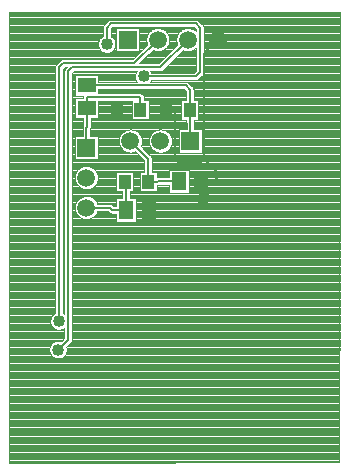
<source format=gbr>
G04 DipTrace 2.2.0.9*
%INBottom.gbr*%
%MOMM*%
%ADD13C,0.178*%
%ADD14C,0.1*%
%ADD15R,1.5X1.5*%
%ADD16R,1.5X1.3*%
%ADD17R,1.3X1.5*%
%ADD18R,1.0X1.2*%
%ADD24C,1.5*%
%ADD27C,1.016*%
%FSLAX53Y53*%
%SFA1B1*%
%OFA0B0*%
G04*
G71*
G90*
G75*
G01*
%LNBottom*%
%LPD*%
X20248Y40888D2*
D13*
Y40021D1*
X24448D1*
Y40888D1*
X25215D1*
Y36699D1*
X25570Y36344D1*
X27316D1*
X27671Y36699D1*
X28802Y35569D1*
Y35204D1*
X28446Y34848D1*
X27428D1*
X27671Y33412D2*
X26819Y32560D1*
X24614D1*
X24525Y32471D1*
X22948D1*
Y32408D1*
X27428Y34848D2*
Y33412D1*
X27671D1*
X28821Y46834D2*
X27671Y45684D1*
Y36699D1*
X17688Y37698D2*
Y39396D1*
X17728Y39436D1*
Y41048D1*
Y41965D1*
X22248D1*
Y40888D1*
X26498Y38248D2*
Y39926D1*
X26448Y39976D1*
Y40888D1*
Y42592D1*
X26092Y42948D1*
X17728D1*
X21048Y32408D2*
X19876D1*
X19666Y32618D1*
X17688D1*
X20928Y34808D2*
X21048D1*
Y32408D1*
X25528Y34848D2*
X23735D1*
X23695Y34808D1*
X22928D1*
Y36738D1*
X21418Y38248D1*
X15288Y20577D2*
X16143Y21431D1*
Y44142D1*
X16498Y44497D1*
X23945D1*
X26281Y46834D1*
X15368Y23004D2*
Y44497D1*
X15724Y44853D1*
X21760D1*
X23741Y46834D1*
X22524Y43723D2*
X26942D1*
X27298Y44078D1*
Y47851D1*
X26942Y48207D1*
X19765D1*
X19410Y47851D1*
Y46448D1*
D27*
X27671Y33412D3*
X15368Y23004D3*
X15288Y20577D3*
X19410Y46448D3*
X22524Y43723D3*
X11139Y49081D2*
D14*
X39148D1*
X11139Y48985D2*
X39148D1*
X11139Y48888D2*
X39147D1*
X11139Y48791D2*
X39147D1*
X11139Y48695D2*
X39147D1*
X11139Y48598D2*
X39147D1*
X11139Y48501D2*
X19630D1*
X27078D2*
X39147D1*
X11139Y48405D2*
X19500D1*
X27208D2*
X39147D1*
X11139Y48308D2*
X19403D1*
X27304D2*
X39147D1*
X11139Y48211D2*
X19308D1*
X27401D2*
X39147D1*
X11139Y48115D2*
X19211D1*
X27497D2*
X39147D1*
X11139Y48018D2*
X19127D1*
X27581D2*
X39147D1*
X11139Y47921D2*
X19088D1*
X27620D2*
X39147D1*
X11139Y47825D2*
X19080D1*
X19847D2*
X26861D1*
X27628D2*
X39147D1*
X11139Y47728D2*
X19080D1*
X19750D2*
X20209D1*
X22193D2*
X23327D1*
X24156D2*
X25866D1*
X26697D2*
X26958D1*
X27628D2*
X39147D1*
X11139Y47631D2*
X19080D1*
X19740D2*
X20209D1*
X22193D2*
X23159D1*
X24323D2*
X25698D1*
X26864D2*
X26967D1*
X27628D2*
X39147D1*
X11139Y47535D2*
X19080D1*
X19740D2*
X20209D1*
X22193D2*
X23044D1*
X24439D2*
X25584D1*
X27628D2*
X39147D1*
X11139Y47438D2*
X19080D1*
X19740D2*
X20209D1*
X22193D2*
X22958D1*
X24525D2*
X25497D1*
X27628D2*
X39147D1*
X11139Y47341D2*
X19080D1*
X19740D2*
X20209D1*
X22193D2*
X22891D1*
X24592D2*
X25431D1*
X27628D2*
X39145D1*
X11139Y47245D2*
X19080D1*
X19740D2*
X20209D1*
X22193D2*
X22839D1*
X24643D2*
X25380D1*
X27628D2*
X39145D1*
X11139Y47148D2*
X19080D1*
X19740D2*
X20209D1*
X22193D2*
X22802D1*
X24681D2*
X25341D1*
X27628D2*
X39145D1*
X11139Y47051D2*
X18972D1*
X19847D2*
X20209D1*
X22193D2*
X22773D1*
X24709D2*
X25314D1*
X27628D2*
X39145D1*
X11139Y46955D2*
X18861D1*
X19959D2*
X20209D1*
X22193D2*
X22758D1*
X24725D2*
X25297D1*
X27628D2*
X39145D1*
X11139Y46858D2*
X18784D1*
X20036D2*
X20209D1*
X22193D2*
X22750D1*
X24733D2*
X25291D1*
X27628D2*
X39145D1*
X11139Y46761D2*
X18730D1*
X20090D2*
X20209D1*
X22193D2*
X22753D1*
X24729D2*
X25292D1*
X27628D2*
X39145D1*
X11139Y46665D2*
X18692D1*
X20126D2*
X20209D1*
X22193D2*
X22764D1*
X24718D2*
X25305D1*
X27628D2*
X39145D1*
X11139Y46568D2*
X18670D1*
X20150D2*
X20211D1*
X22193D2*
X22786D1*
X24697D2*
X25327D1*
X27628D2*
X39145D1*
X11139Y46471D2*
X18661D1*
X20159D2*
X20209D1*
X22193D2*
X22819D1*
X24664D2*
X25359D1*
X27628D2*
X39145D1*
X11139Y46375D2*
X18664D1*
X20156D2*
X20209D1*
X22193D2*
X22819D1*
X24618D2*
X25359D1*
X27628D2*
X39145D1*
X11139Y46278D2*
X18680D1*
X20139D2*
X20210D1*
X22193D2*
X22722D1*
X24561D2*
X25263D1*
X27628D2*
X39145D1*
X11139Y46181D2*
X18709D1*
X20109D2*
X20209D1*
X22193D2*
X22625D1*
X24484D2*
X25166D1*
X27628D2*
X39145D1*
X11139Y46085D2*
X18756D1*
X20064D2*
X20209D1*
X22193D2*
X22528D1*
X24386D2*
X25069D1*
X26925D2*
X26967D1*
X27628D2*
X39145D1*
X11139Y45988D2*
X18820D1*
X19998D2*
X20209D1*
X22193D2*
X22431D1*
X24248D2*
X24972D1*
X26789D2*
X26967D1*
X27628D2*
X39145D1*
X11139Y45891D2*
X18913D1*
X19906D2*
X20209D1*
X22193D2*
X22336D1*
X23262D2*
X23458D1*
X24025D2*
X24875D1*
X25801D2*
X25998D1*
X26564D2*
X26967D1*
X27628D2*
X39144D1*
X11139Y45795D2*
X19053D1*
X19767D2*
X22239D1*
X23165D2*
X24778D1*
X25704D2*
X26967D1*
X27628D2*
X39144D1*
X11139Y45698D2*
X22142D1*
X23068D2*
X24681D1*
X25608D2*
X26967D1*
X27628D2*
X39144D1*
X11139Y45601D2*
X22045D1*
X22972D2*
X24586D1*
X25512D2*
X26967D1*
X27628D2*
X39144D1*
X11140Y45505D2*
X21948D1*
X22875D2*
X24489D1*
X25415D2*
X26967D1*
X27628D2*
X39144D1*
X11140Y45408D2*
X21852D1*
X22778D2*
X24392D1*
X25318D2*
X26967D1*
X27628D2*
X39144D1*
X11140Y45311D2*
X21755D1*
X22681D2*
X24295D1*
X25222D2*
X26967D1*
X27628D2*
X39144D1*
X11140Y45215D2*
X21659D1*
X22584D2*
X24198D1*
X25125D2*
X26967D1*
X27628D2*
X39144D1*
X11140Y45118D2*
X15533D1*
X22489D2*
X24102D1*
X25028D2*
X26967D1*
X27628D2*
X39144D1*
X11140Y45021D2*
X15428D1*
X22392D2*
X24005D1*
X24931D2*
X26967D1*
X27628D2*
X39144D1*
X11140Y44925D2*
X15333D1*
X22295D2*
X23909D1*
X24834D2*
X26967D1*
X27628D2*
X39144D1*
X11140Y44828D2*
X15236D1*
X22198D2*
X23813D1*
X24739D2*
X26967D1*
X27628D2*
X39144D1*
X11140Y44731D2*
X15139D1*
X24642D2*
X26967D1*
X27628D2*
X39144D1*
X11140Y44635D2*
X15069D1*
X24545D2*
X26967D1*
X27628D2*
X39144D1*
X11140Y44538D2*
X15041D1*
X24448D2*
X26967D1*
X27628D2*
X39144D1*
X11140Y44441D2*
X15038D1*
X15775D2*
X15980D1*
X24351D2*
X26967D1*
X27628D2*
X39144D1*
X11140Y44345D2*
X15038D1*
X15698D2*
X15884D1*
X24254D2*
X26967D1*
X27628D2*
X39142D1*
X11140Y44248D2*
X15038D1*
X15698D2*
X15830D1*
X24156D2*
X26967D1*
X27628D2*
X39142D1*
X11140Y44151D2*
X15038D1*
X15698D2*
X15813D1*
X16615D2*
X21911D1*
X23136D2*
X26908D1*
X27628D2*
X39142D1*
X11140Y44055D2*
X15038D1*
X15698D2*
X15813D1*
X16518D2*
X21853D1*
X23195D2*
X26811D1*
X27628D2*
X39142D1*
X11140Y43958D2*
X15038D1*
X15698D2*
X15813D1*
X16473D2*
X21813D1*
X27604D2*
X39142D1*
X11140Y43861D2*
X15038D1*
X15698D2*
X15813D1*
X16473D2*
X21788D1*
X27543D2*
X39142D1*
X11140Y43765D2*
X15038D1*
X15698D2*
X15813D1*
X16473D2*
X16736D1*
X18720D2*
X21775D1*
X27448D2*
X39142D1*
X11140Y43668D2*
X15038D1*
X15698D2*
X15813D1*
X16473D2*
X16736D1*
X18720D2*
X21777D1*
X27351D2*
X39142D1*
X11140Y43571D2*
X15038D1*
X15698D2*
X15813D1*
X16473D2*
X16736D1*
X18720D2*
X21791D1*
X27254D2*
X39142D1*
X11140Y43475D2*
X15038D1*
X15698D2*
X15813D1*
X16473D2*
X16736D1*
X18720D2*
X21817D1*
X27154D2*
X39142D1*
X11140Y43378D2*
X15038D1*
X15698D2*
X15813D1*
X16473D2*
X16736D1*
X18720D2*
X21859D1*
X23189D2*
X39142D1*
X11140Y43281D2*
X15038D1*
X15698D2*
X15813D1*
X16473D2*
X16736D1*
X18720D2*
X21920D1*
X23128D2*
X39142D1*
X11140Y43185D2*
X15038D1*
X15698D2*
X15813D1*
X16473D2*
X16736D1*
X26318D2*
X39142D1*
X11140Y43088D2*
X15038D1*
X15698D2*
X15813D1*
X16473D2*
X16736D1*
X26415D2*
X39142D1*
X11140Y42991D2*
X15038D1*
X15698D2*
X15813D1*
X16473D2*
X16736D1*
X26512D2*
X39142D1*
X11140Y42895D2*
X15038D1*
X15698D2*
X15813D1*
X16473D2*
X16736D1*
X26609D2*
X39141D1*
X11140Y42798D2*
X15038D1*
X15698D2*
X15813D1*
X16473D2*
X16736D1*
X26704D2*
X39141D1*
X11140Y42701D2*
X15038D1*
X15698D2*
X15813D1*
X16473D2*
X16736D1*
X26759D2*
X39141D1*
X11142Y42605D2*
X15038D1*
X15698D2*
X15813D1*
X16473D2*
X16736D1*
X18720D2*
X25972D1*
X26778D2*
X39141D1*
X11142Y42508D2*
X15038D1*
X15698D2*
X15813D1*
X16473D2*
X16736D1*
X18720D2*
X26069D1*
X26778D2*
X39141D1*
X11142Y42411D2*
X15038D1*
X15698D2*
X15813D1*
X16473D2*
X16736D1*
X18720D2*
X26117D1*
X26778D2*
X39141D1*
X11142Y42315D2*
X15038D1*
X15698D2*
X15813D1*
X16473D2*
X16736D1*
X18720D2*
X26117D1*
X26778D2*
X39141D1*
X11142Y42218D2*
X15038D1*
X15698D2*
X15813D1*
X16473D2*
X16736D1*
X22454D2*
X26117D1*
X26778D2*
X39141D1*
X11142Y42121D2*
X15038D1*
X15698D2*
X15813D1*
X16473D2*
X16736D1*
X22537D2*
X26117D1*
X26778D2*
X39141D1*
X11142Y42025D2*
X15038D1*
X15698D2*
X15813D1*
X16473D2*
X17403D1*
X22573D2*
X26117D1*
X26778D2*
X39141D1*
X11142Y41928D2*
X15038D1*
X15698D2*
X15813D1*
X16473D2*
X16736D1*
X22578D2*
X26117D1*
X26778D2*
X39141D1*
X11142Y41831D2*
X15038D1*
X15698D2*
X15813D1*
X16473D2*
X16736D1*
X22578D2*
X26117D1*
X26778D2*
X39141D1*
X11142Y41735D2*
X15038D1*
X15698D2*
X15813D1*
X16473D2*
X16736D1*
X22578D2*
X26117D1*
X26778D2*
X39141D1*
X11142Y41638D2*
X15038D1*
X15698D2*
X15813D1*
X16473D2*
X16736D1*
X18720D2*
X21506D1*
X22989D2*
X25706D1*
X27189D2*
X39141D1*
X11142Y41541D2*
X15038D1*
X15698D2*
X15813D1*
X16473D2*
X16736D1*
X18720D2*
X21506D1*
X22989D2*
X25706D1*
X27189D2*
X39141D1*
X11142Y41445D2*
X15038D1*
X15698D2*
X15813D1*
X16473D2*
X16736D1*
X18720D2*
X21506D1*
X22989D2*
X25706D1*
X27189D2*
X39139D1*
X11142Y41348D2*
X15038D1*
X15698D2*
X15813D1*
X16473D2*
X16736D1*
X18720D2*
X21506D1*
X22989D2*
X25706D1*
X27189D2*
X39139D1*
X11142Y41251D2*
X15038D1*
X15698D2*
X15813D1*
X16473D2*
X16736D1*
X18720D2*
X21506D1*
X22989D2*
X25706D1*
X27189D2*
X39139D1*
X11142Y41155D2*
X15038D1*
X15698D2*
X15813D1*
X16473D2*
X16736D1*
X18720D2*
X21506D1*
X22989D2*
X25706D1*
X27189D2*
X39139D1*
X11142Y41058D2*
X15038D1*
X15698D2*
X15813D1*
X16473D2*
X16736D1*
X18720D2*
X21506D1*
X22989D2*
X25706D1*
X27189D2*
X39139D1*
X11142Y40961D2*
X15038D1*
X15698D2*
X15813D1*
X16473D2*
X16736D1*
X18720D2*
X21506D1*
X22989D2*
X25706D1*
X27189D2*
X39139D1*
X11142Y40865D2*
X15038D1*
X15698D2*
X15813D1*
X16473D2*
X16736D1*
X18720D2*
X21506D1*
X22989D2*
X25706D1*
X27189D2*
X39139D1*
X11142Y40768D2*
X15038D1*
X15698D2*
X15813D1*
X16473D2*
X16736D1*
X18720D2*
X21506D1*
X22989D2*
X25706D1*
X27189D2*
X39139D1*
X11142Y40671D2*
X15038D1*
X15698D2*
X15813D1*
X16473D2*
X16736D1*
X18720D2*
X21506D1*
X22989D2*
X25706D1*
X27189D2*
X39139D1*
X11142Y40575D2*
X15038D1*
X15698D2*
X15813D1*
X16473D2*
X16736D1*
X18720D2*
X21506D1*
X22989D2*
X25706D1*
X27189D2*
X39139D1*
X11142Y40478D2*
X15038D1*
X15698D2*
X15813D1*
X16473D2*
X16736D1*
X18720D2*
X21506D1*
X22989D2*
X25706D1*
X27189D2*
X39139D1*
X11142Y40381D2*
X15038D1*
X15698D2*
X15813D1*
X16473D2*
X16736D1*
X18720D2*
X21506D1*
X22989D2*
X25706D1*
X27189D2*
X39139D1*
X11142Y40285D2*
X15038D1*
X15698D2*
X15813D1*
X16473D2*
X16736D1*
X18720D2*
X21506D1*
X22989D2*
X25706D1*
X27189D2*
X39139D1*
X11142Y40188D2*
X15038D1*
X15698D2*
X15813D1*
X16473D2*
X16736D1*
X18720D2*
X21506D1*
X22989D2*
X25706D1*
X27189D2*
X39139D1*
X11142Y40091D2*
X15038D1*
X15698D2*
X15813D1*
X16473D2*
X17397D1*
X18059D2*
X21506D1*
X22989D2*
X25706D1*
X27189D2*
X39139D1*
X11142Y39995D2*
X15038D1*
X15698D2*
X15813D1*
X16473D2*
X17397D1*
X18059D2*
X26117D1*
X26822D2*
X39139D1*
X11142Y39898D2*
X15038D1*
X15698D2*
X15813D1*
X16473D2*
X17397D1*
X18059D2*
X26127D1*
X26828D2*
X39138D1*
X11142Y39801D2*
X15038D1*
X15698D2*
X15813D1*
X16473D2*
X17397D1*
X18059D2*
X26167D1*
X26828D2*
X39138D1*
X11142Y39705D2*
X15038D1*
X15698D2*
X15813D1*
X16473D2*
X17397D1*
X18059D2*
X26167D1*
X26828D2*
X39138D1*
X11143Y39608D2*
X15038D1*
X15698D2*
X15813D1*
X16473D2*
X17397D1*
X18059D2*
X26167D1*
X26828D2*
X39138D1*
X11143Y39511D2*
X15038D1*
X15698D2*
X15813D1*
X16473D2*
X17380D1*
X18059D2*
X26167D1*
X26828D2*
X39138D1*
X11143Y39415D2*
X15038D1*
X15698D2*
X15813D1*
X16473D2*
X17358D1*
X18058D2*
X26167D1*
X26828D2*
X39138D1*
X11143Y39318D2*
X15038D1*
X15698D2*
X15813D1*
X16473D2*
X17358D1*
X18036D2*
X26167D1*
X26828D2*
X39138D1*
X11143Y39221D2*
X15038D1*
X15698D2*
X15813D1*
X16473D2*
X17358D1*
X18018D2*
X21281D1*
X21554D2*
X23822D1*
X24093D2*
X25506D1*
X27489D2*
X39138D1*
X11143Y39125D2*
X15038D1*
X15698D2*
X15813D1*
X16473D2*
X17358D1*
X18018D2*
X20967D1*
X21870D2*
X23506D1*
X24409D2*
X25506D1*
X27489D2*
X39138D1*
X11143Y39028D2*
X15038D1*
X15698D2*
X15813D1*
X16473D2*
X17358D1*
X18018D2*
X20813D1*
X22023D2*
X23352D1*
X24564D2*
X25506D1*
X27489D2*
X39138D1*
X11143Y38931D2*
X15038D1*
X15698D2*
X15813D1*
X16473D2*
X17358D1*
X18018D2*
X20703D1*
X22133D2*
X23244D1*
X24673D2*
X25506D1*
X27489D2*
X39138D1*
X11143Y38835D2*
X15038D1*
X15698D2*
X15813D1*
X16473D2*
X17358D1*
X18018D2*
X20622D1*
X22215D2*
X23161D1*
X24754D2*
X25506D1*
X27489D2*
X39138D1*
X11143Y38738D2*
X15038D1*
X15698D2*
X15813D1*
X16473D2*
X17358D1*
X18018D2*
X20558D1*
X22278D2*
X23097D1*
X24818D2*
X25506D1*
X27489D2*
X39138D1*
X11143Y38641D2*
X15038D1*
X15698D2*
X15813D1*
X16473D2*
X16697D1*
X18679D2*
X20509D1*
X22328D2*
X23048D1*
X24867D2*
X25506D1*
X27489D2*
X39138D1*
X11143Y38545D2*
X15038D1*
X15698D2*
X15813D1*
X16473D2*
X16697D1*
X18679D2*
X20472D1*
X22364D2*
X23013D1*
X24903D2*
X25506D1*
X27489D2*
X39138D1*
X11143Y38448D2*
X15038D1*
X15698D2*
X15813D1*
X16473D2*
X16697D1*
X18679D2*
X20447D1*
X22389D2*
X22988D1*
X24929D2*
X25506D1*
X27489D2*
X39136D1*
X11143Y38351D2*
X15038D1*
X15698D2*
X15813D1*
X16473D2*
X16697D1*
X18679D2*
X20431D1*
X22404D2*
X22972D1*
X24943D2*
X25506D1*
X27489D2*
X39136D1*
X11143Y38255D2*
X15038D1*
X15698D2*
X15813D1*
X16473D2*
X16697D1*
X18679D2*
X20427D1*
X22409D2*
X22967D1*
X24950D2*
X25506D1*
X27489D2*
X39136D1*
X11143Y38158D2*
X15038D1*
X15698D2*
X15813D1*
X16473D2*
X16697D1*
X18679D2*
X20431D1*
X22406D2*
X22970D1*
X24945D2*
X25506D1*
X27489D2*
X39136D1*
X11143Y38061D2*
X15038D1*
X15698D2*
X15813D1*
X16473D2*
X16697D1*
X18679D2*
X20444D1*
X22392D2*
X22984D1*
X24931D2*
X25506D1*
X27489D2*
X39136D1*
X11143Y37965D2*
X15038D1*
X15698D2*
X15813D1*
X16473D2*
X16697D1*
X18679D2*
X20469D1*
X22367D2*
X23008D1*
X24908D2*
X25506D1*
X27489D2*
X39136D1*
X11143Y37868D2*
X15038D1*
X15698D2*
X15813D1*
X16473D2*
X16697D1*
X18679D2*
X20503D1*
X22333D2*
X23044D1*
X24873D2*
X25506D1*
X27489D2*
X39136D1*
X11143Y37771D2*
X15038D1*
X15698D2*
X15813D1*
X16473D2*
X16697D1*
X18679D2*
X20550D1*
X22358D2*
X23091D1*
X24826D2*
X25506D1*
X27489D2*
X39136D1*
X11143Y37675D2*
X15038D1*
X15698D2*
X15813D1*
X16473D2*
X16697D1*
X18679D2*
X20611D1*
X22454D2*
X23152D1*
X24765D2*
X25506D1*
X27489D2*
X39136D1*
X11143Y37578D2*
X15038D1*
X15698D2*
X15813D1*
X16473D2*
X16697D1*
X18679D2*
X20691D1*
X22551D2*
X23231D1*
X24686D2*
X25506D1*
X27489D2*
X39136D1*
X11143Y37481D2*
X15038D1*
X15698D2*
X15813D1*
X16473D2*
X16697D1*
X18679D2*
X20795D1*
X22648D2*
X23336D1*
X24581D2*
X25506D1*
X27489D2*
X39136D1*
X11143Y37385D2*
X15038D1*
X15698D2*
X15813D1*
X16473D2*
X16697D1*
X18679D2*
X20941D1*
X22745D2*
X23481D1*
X24434D2*
X25506D1*
X27489D2*
X39136D1*
X11143Y37288D2*
X15038D1*
X15698D2*
X15813D1*
X16473D2*
X16697D1*
X18679D2*
X21203D1*
X21633D2*
X21916D1*
X22840D2*
X23744D1*
X24172D2*
X25506D1*
X27489D2*
X39136D1*
X11143Y37191D2*
X15038D1*
X15698D2*
X15813D1*
X16473D2*
X16697D1*
X18679D2*
X22011D1*
X22937D2*
X39136D1*
X11143Y37095D2*
X15038D1*
X15698D2*
X15813D1*
X16473D2*
X16697D1*
X18679D2*
X22108D1*
X23034D2*
X39136D1*
X11143Y36998D2*
X15038D1*
X15698D2*
X15813D1*
X16473D2*
X16697D1*
X18679D2*
X22205D1*
X23131D2*
X39136D1*
X11143Y36901D2*
X15038D1*
X15698D2*
X15813D1*
X16473D2*
X16697D1*
X18679D2*
X22302D1*
X23214D2*
X39134D1*
X11143Y36805D2*
X15038D1*
X15698D2*
X15813D1*
X16473D2*
X16697D1*
X18679D2*
X22398D1*
X23251D2*
X39134D1*
X11143Y36708D2*
X15038D1*
X15698D2*
X15813D1*
X16473D2*
X22495D1*
X23259D2*
X39134D1*
X11145Y36611D2*
X15038D1*
X15698D2*
X15813D1*
X16473D2*
X22592D1*
X23259D2*
X39134D1*
X11145Y36515D2*
X15038D1*
X15698D2*
X15813D1*
X16473D2*
X22597D1*
X23259D2*
X39134D1*
X11145Y36418D2*
X15038D1*
X15698D2*
X15813D1*
X16473D2*
X22597D1*
X23259D2*
X39134D1*
X11145Y36321D2*
X15038D1*
X15698D2*
X15813D1*
X16473D2*
X22597D1*
X23259D2*
X39134D1*
X11145Y36225D2*
X15038D1*
X15698D2*
X15813D1*
X16473D2*
X22597D1*
X23259D2*
X39134D1*
X11145Y36128D2*
X15038D1*
X15698D2*
X15813D1*
X16473D2*
X17528D1*
X17848D2*
X22597D1*
X23259D2*
X39134D1*
X11145Y36031D2*
X15038D1*
X15698D2*
X15813D1*
X16473D2*
X17230D1*
X18147D2*
X22597D1*
X23259D2*
X39134D1*
X11145Y35935D2*
X15038D1*
X15698D2*
X15813D1*
X16473D2*
X17078D1*
X18298D2*
X22597D1*
X23259D2*
X39134D1*
X11145Y35838D2*
X15038D1*
X15698D2*
X15813D1*
X16473D2*
X16970D1*
X18406D2*
X22597D1*
X23259D2*
X39134D1*
X11145Y35741D2*
X15038D1*
X15698D2*
X15813D1*
X16473D2*
X16889D1*
X18487D2*
X22597D1*
X23259D2*
X24636D1*
X26420D2*
X39134D1*
X11145Y35645D2*
X15038D1*
X15698D2*
X15813D1*
X16473D2*
X16825D1*
X18550D2*
X22597D1*
X23259D2*
X24636D1*
X26420D2*
X39134D1*
X11145Y35548D2*
X15038D1*
X15698D2*
X15813D1*
X16473D2*
X16777D1*
X18598D2*
X20186D1*
X21670D2*
X22186D1*
X23670D2*
X24636D1*
X26420D2*
X39134D1*
X11145Y35451D2*
X15038D1*
X15698D2*
X15813D1*
X16473D2*
X16741D1*
X18634D2*
X20186D1*
X21670D2*
X22186D1*
X23670D2*
X24636D1*
X26420D2*
X39133D1*
X11145Y35355D2*
X15038D1*
X15698D2*
X15813D1*
X16473D2*
X16717D1*
X18659D2*
X20186D1*
X21670D2*
X22186D1*
X23670D2*
X24636D1*
X26420D2*
X39133D1*
X11145Y35258D2*
X15038D1*
X15698D2*
X15813D1*
X16473D2*
X16702D1*
X18675D2*
X20186D1*
X21670D2*
X22186D1*
X23670D2*
X24636D1*
X26420D2*
X39133D1*
X11145Y35161D2*
X15038D1*
X15698D2*
X15813D1*
X16473D2*
X16697D1*
X18679D2*
X20186D1*
X21670D2*
X22186D1*
X26420D2*
X39133D1*
X11145Y35065D2*
X15038D1*
X15698D2*
X15813D1*
X16473D2*
X16702D1*
X18675D2*
X20186D1*
X21670D2*
X22186D1*
X26420D2*
X39133D1*
X11145Y34968D2*
X15038D1*
X15698D2*
X15813D1*
X16473D2*
X16716D1*
X18661D2*
X20186D1*
X21670D2*
X22186D1*
X26420D2*
X39133D1*
X11145Y34871D2*
X15038D1*
X15698D2*
X15813D1*
X16473D2*
X16739D1*
X18637D2*
X20186D1*
X21670D2*
X22186D1*
X26420D2*
X39133D1*
X11145Y34775D2*
X15038D1*
X15698D2*
X15813D1*
X16473D2*
X16775D1*
X18601D2*
X20186D1*
X21670D2*
X22186D1*
X26420D2*
X39133D1*
X11145Y34678D2*
X15038D1*
X15698D2*
X15813D1*
X16473D2*
X16822D1*
X18554D2*
X20186D1*
X21670D2*
X22186D1*
X26420D2*
X39133D1*
X11145Y34581D2*
X15038D1*
X15698D2*
X15813D1*
X16473D2*
X16884D1*
X18492D2*
X20186D1*
X21670D2*
X22186D1*
X26420D2*
X39133D1*
X11145Y34485D2*
X15038D1*
X15698D2*
X15813D1*
X16473D2*
X16964D1*
X18412D2*
X20186D1*
X21670D2*
X22186D1*
X23670D2*
X24636D1*
X26420D2*
X39133D1*
X11145Y34388D2*
X15038D1*
X15698D2*
X15813D1*
X16473D2*
X17069D1*
X18306D2*
X20186D1*
X21670D2*
X22186D1*
X23670D2*
X24636D1*
X26420D2*
X39133D1*
X11145Y34291D2*
X15038D1*
X15698D2*
X15813D1*
X16473D2*
X17217D1*
X18159D2*
X20186D1*
X21670D2*
X22186D1*
X23670D2*
X24636D1*
X26420D2*
X39133D1*
X11145Y34195D2*
X15038D1*
X15698D2*
X15813D1*
X16473D2*
X17491D1*
X17886D2*
X20186D1*
X21670D2*
X22186D1*
X23670D2*
X24636D1*
X26420D2*
X39133D1*
X11145Y34098D2*
X15038D1*
X15698D2*
X15813D1*
X16473D2*
X20186D1*
X21670D2*
X22186D1*
X23670D2*
X24636D1*
X26420D2*
X39133D1*
X11145Y34001D2*
X15038D1*
X15698D2*
X15813D1*
X16473D2*
X20186D1*
X21670D2*
X22186D1*
X23670D2*
X24636D1*
X26420D2*
X39133D1*
X11145Y33905D2*
X15038D1*
X15698D2*
X15813D1*
X16473D2*
X20717D1*
X21378D2*
X24636D1*
X26420D2*
X39131D1*
X11145Y33808D2*
X15038D1*
X15698D2*
X15813D1*
X16473D2*
X20717D1*
X21378D2*
X39131D1*
X11145Y33711D2*
X15038D1*
X15698D2*
X15813D1*
X16473D2*
X20717D1*
X21378D2*
X39131D1*
X11147Y33615D2*
X15038D1*
X15698D2*
X15813D1*
X16473D2*
X20717D1*
X21378D2*
X39131D1*
X11147Y33518D2*
X15038D1*
X15698D2*
X15813D1*
X16473D2*
X17286D1*
X18089D2*
X20717D1*
X21378D2*
X39131D1*
X11147Y33421D2*
X15038D1*
X15698D2*
X15813D1*
X16473D2*
X17114D1*
X18262D2*
X20717D1*
X21378D2*
X39131D1*
X11147Y33325D2*
X15038D1*
X15698D2*
X15813D1*
X16473D2*
X16997D1*
X18379D2*
X20156D1*
X21939D2*
X39131D1*
X11147Y33228D2*
X15038D1*
X15698D2*
X15813D1*
X16473D2*
X16909D1*
X18467D2*
X20156D1*
X21939D2*
X39131D1*
X11147Y33131D2*
X15038D1*
X15698D2*
X15813D1*
X16473D2*
X16842D1*
X18534D2*
X20156D1*
X21939D2*
X39131D1*
X11147Y33035D2*
X15038D1*
X15698D2*
X15813D1*
X16473D2*
X16789D1*
X18587D2*
X20156D1*
X21939D2*
X39131D1*
X11147Y32938D2*
X15038D1*
X15698D2*
X15813D1*
X16473D2*
X16750D1*
X19690D2*
X20156D1*
X21939D2*
X39131D1*
X11147Y32841D2*
X15038D1*
X15698D2*
X15813D1*
X16473D2*
X16722D1*
X19906D2*
X20156D1*
X21939D2*
X39131D1*
X11147Y32745D2*
X15038D1*
X15698D2*
X15813D1*
X16473D2*
X16705D1*
X20003D2*
X20156D1*
X21939D2*
X39131D1*
X11147Y32648D2*
X15038D1*
X15698D2*
X15813D1*
X16473D2*
X16697D1*
X21939D2*
X39131D1*
X11147Y32551D2*
X15038D1*
X15698D2*
X15813D1*
X16473D2*
X16698D1*
X21939D2*
X39131D1*
X11147Y32455D2*
X15038D1*
X15698D2*
X15813D1*
X16473D2*
X16711D1*
X21939D2*
X39130D1*
X11147Y32358D2*
X15038D1*
X15698D2*
X15813D1*
X16473D2*
X16731D1*
X21939D2*
X39130D1*
X11147Y32261D2*
X15038D1*
X15698D2*
X15813D1*
X16473D2*
X16764D1*
X18612D2*
X19559D1*
X21939D2*
X39130D1*
X11147Y32165D2*
X15038D1*
X15698D2*
X15813D1*
X16473D2*
X16808D1*
X18568D2*
X19658D1*
X21939D2*
X39130D1*
X11147Y32068D2*
X15038D1*
X15698D2*
X15813D1*
X16473D2*
X16866D1*
X18511D2*
X20156D1*
X21939D2*
X39130D1*
X11147Y31971D2*
X15038D1*
X15698D2*
X15813D1*
X16473D2*
X16939D1*
X18436D2*
X20156D1*
X21939D2*
X39130D1*
X11147Y31875D2*
X15038D1*
X15698D2*
X15813D1*
X16473D2*
X17038D1*
X18339D2*
X20156D1*
X21939D2*
X39130D1*
X11147Y31778D2*
X15038D1*
X15698D2*
X15813D1*
X16473D2*
X17170D1*
X18206D2*
X20156D1*
X21939D2*
X39130D1*
X11147Y31681D2*
X15038D1*
X15698D2*
X15813D1*
X16473D2*
X17384D1*
X17992D2*
X20156D1*
X21939D2*
X39130D1*
X11147Y31585D2*
X15038D1*
X15698D2*
X15813D1*
X16473D2*
X20156D1*
X21939D2*
X39130D1*
X11147Y31488D2*
X15038D1*
X15698D2*
X15813D1*
X16473D2*
X20156D1*
X21939D2*
X39130D1*
X11147Y31391D2*
X15038D1*
X15698D2*
X15813D1*
X16473D2*
X39130D1*
X11147Y31295D2*
X15038D1*
X15698D2*
X15813D1*
X16473D2*
X39130D1*
X11147Y31198D2*
X15038D1*
X15698D2*
X15813D1*
X16473D2*
X39130D1*
X11147Y31101D2*
X15038D1*
X15698D2*
X15813D1*
X16473D2*
X39130D1*
X11147Y31005D2*
X15038D1*
X15698D2*
X15813D1*
X16473D2*
X39130D1*
X11147Y30908D2*
X15038D1*
X15698D2*
X15813D1*
X16473D2*
X39128D1*
X11147Y30811D2*
X15038D1*
X15698D2*
X15813D1*
X16473D2*
X39128D1*
X11147Y30715D2*
X15038D1*
X15698D2*
X15813D1*
X16473D2*
X39128D1*
X11148Y30618D2*
X15038D1*
X15698D2*
X15813D1*
X16473D2*
X39128D1*
X11148Y30521D2*
X15038D1*
X15698D2*
X15813D1*
X16473D2*
X39128D1*
X11148Y30425D2*
X15038D1*
X15698D2*
X15813D1*
X16473D2*
X39128D1*
X11148Y30328D2*
X15038D1*
X15698D2*
X15813D1*
X16473D2*
X39128D1*
X11148Y30231D2*
X15038D1*
X15698D2*
X15813D1*
X16473D2*
X39128D1*
X11148Y30135D2*
X15038D1*
X15698D2*
X15813D1*
X16473D2*
X39128D1*
X11148Y30038D2*
X15038D1*
X15698D2*
X15813D1*
X16473D2*
X39128D1*
X11148Y29941D2*
X15038D1*
X15698D2*
X15813D1*
X16473D2*
X39128D1*
X11148Y29845D2*
X15038D1*
X15698D2*
X15813D1*
X16473D2*
X39128D1*
X11148Y29748D2*
X15038D1*
X15698D2*
X15813D1*
X16473D2*
X39128D1*
X11148Y29651D2*
X15038D1*
X15698D2*
X15813D1*
X16473D2*
X39128D1*
X11148Y29555D2*
X15038D1*
X15698D2*
X15813D1*
X16473D2*
X39128D1*
X11148Y29458D2*
X15038D1*
X15698D2*
X15813D1*
X16473D2*
X39127D1*
X11148Y29361D2*
X15038D1*
X15698D2*
X15813D1*
X16473D2*
X39127D1*
X11148Y29265D2*
X15038D1*
X15698D2*
X15813D1*
X16473D2*
X39127D1*
X11148Y29168D2*
X15038D1*
X15698D2*
X15813D1*
X16473D2*
X39127D1*
X11148Y29071D2*
X15038D1*
X15698D2*
X15813D1*
X16473D2*
X39127D1*
X11148Y28975D2*
X15038D1*
X15698D2*
X15813D1*
X16473D2*
X39127D1*
X11148Y28878D2*
X15038D1*
X15698D2*
X15813D1*
X16473D2*
X39127D1*
X11148Y28781D2*
X15038D1*
X15698D2*
X15813D1*
X16473D2*
X39127D1*
X11148Y28685D2*
X15038D1*
X15698D2*
X15813D1*
X16473D2*
X39127D1*
X11148Y28588D2*
X15038D1*
X15698D2*
X15813D1*
X16473D2*
X39127D1*
X11148Y28491D2*
X15038D1*
X15698D2*
X15813D1*
X16473D2*
X39127D1*
X11148Y28395D2*
X15038D1*
X15698D2*
X15813D1*
X16473D2*
X39127D1*
X11148Y28298D2*
X15038D1*
X15698D2*
X15813D1*
X16473D2*
X39127D1*
X11148Y28201D2*
X15038D1*
X15698D2*
X15813D1*
X16473D2*
X39127D1*
X11148Y28105D2*
X15038D1*
X15698D2*
X15813D1*
X16473D2*
X39127D1*
X11148Y28008D2*
X15038D1*
X15698D2*
X15813D1*
X16473D2*
X39125D1*
X11148Y27911D2*
X15038D1*
X15698D2*
X15813D1*
X16473D2*
X39125D1*
X11148Y27815D2*
X15038D1*
X15698D2*
X15813D1*
X16473D2*
X39125D1*
X11148Y27718D2*
X15038D1*
X15698D2*
X15813D1*
X16473D2*
X39125D1*
X11150Y27621D2*
X15038D1*
X15698D2*
X15813D1*
X16473D2*
X39125D1*
X11150Y27525D2*
X15038D1*
X15698D2*
X15813D1*
X16473D2*
X39125D1*
X11150Y27428D2*
X15038D1*
X15698D2*
X15813D1*
X16473D2*
X39125D1*
X11150Y27331D2*
X15038D1*
X15698D2*
X15813D1*
X16473D2*
X39125D1*
X11150Y27235D2*
X15038D1*
X15698D2*
X15813D1*
X16473D2*
X39125D1*
X11150Y27138D2*
X15038D1*
X15698D2*
X15813D1*
X16473D2*
X39125D1*
X11150Y27041D2*
X15038D1*
X15698D2*
X15813D1*
X16473D2*
X39125D1*
X11150Y26945D2*
X15038D1*
X15698D2*
X15813D1*
X16473D2*
X39125D1*
X11150Y26848D2*
X15038D1*
X15698D2*
X15813D1*
X16473D2*
X39125D1*
X11150Y26751D2*
X15038D1*
X15698D2*
X15813D1*
X16473D2*
X39125D1*
X11150Y26655D2*
X15038D1*
X15698D2*
X15813D1*
X16473D2*
X39125D1*
X11150Y26558D2*
X15038D1*
X15698D2*
X15813D1*
X16473D2*
X39125D1*
X11150Y26461D2*
X15038D1*
X15698D2*
X15813D1*
X16473D2*
X39123D1*
X11150Y26365D2*
X15038D1*
X15698D2*
X15813D1*
X16473D2*
X39123D1*
X11150Y26268D2*
X15038D1*
X15698D2*
X15813D1*
X16473D2*
X39123D1*
X11150Y26171D2*
X15038D1*
X15698D2*
X15813D1*
X16473D2*
X39123D1*
X11150Y26075D2*
X15038D1*
X15698D2*
X15813D1*
X16473D2*
X39123D1*
X11150Y25978D2*
X15038D1*
X15698D2*
X15813D1*
X16473D2*
X39123D1*
X11150Y25881D2*
X15038D1*
X15698D2*
X15813D1*
X16473D2*
X39123D1*
X11150Y25785D2*
X15038D1*
X15698D2*
X15813D1*
X16473D2*
X39123D1*
X11150Y25688D2*
X15038D1*
X15698D2*
X15813D1*
X16473D2*
X39123D1*
X11150Y25591D2*
X15038D1*
X15698D2*
X15813D1*
X16473D2*
X39123D1*
X11150Y25495D2*
X15038D1*
X15698D2*
X15813D1*
X16473D2*
X39123D1*
X11150Y25398D2*
X15038D1*
X15698D2*
X15813D1*
X16473D2*
X39123D1*
X11150Y25301D2*
X15038D1*
X15698D2*
X15813D1*
X16473D2*
X39123D1*
X11150Y25205D2*
X15038D1*
X15698D2*
X15813D1*
X16473D2*
X39123D1*
X11150Y25108D2*
X15038D1*
X15698D2*
X15813D1*
X16473D2*
X39123D1*
X11150Y25011D2*
X15038D1*
X15698D2*
X15813D1*
X16473D2*
X39122D1*
X11150Y24915D2*
X15038D1*
X15698D2*
X15813D1*
X16473D2*
X39122D1*
X11150Y24818D2*
X15038D1*
X15698D2*
X15813D1*
X16473D2*
X39122D1*
X11150Y24721D2*
X15038D1*
X15698D2*
X15813D1*
X16473D2*
X39122D1*
X11151Y24625D2*
X15038D1*
X15698D2*
X15813D1*
X16473D2*
X39122D1*
X11151Y24528D2*
X15038D1*
X15698D2*
X15813D1*
X16473D2*
X39122D1*
X11151Y24431D2*
X15038D1*
X15698D2*
X15813D1*
X16473D2*
X39122D1*
X11151Y24335D2*
X15038D1*
X15698D2*
X15813D1*
X16473D2*
X39122D1*
X11151Y24238D2*
X15038D1*
X15698D2*
X15813D1*
X16473D2*
X39122D1*
X11151Y24141D2*
X15038D1*
X15698D2*
X15813D1*
X16473D2*
X39122D1*
X11151Y24045D2*
X15038D1*
X15698D2*
X15813D1*
X16473D2*
X39122D1*
X11151Y23948D2*
X15038D1*
X15698D2*
X15813D1*
X16473D2*
X39122D1*
X11151Y23851D2*
X15038D1*
X15698D2*
X15813D1*
X16473D2*
X39122D1*
X11151Y23755D2*
X15038D1*
X15698D2*
X15813D1*
X16473D2*
X39122D1*
X11151Y23658D2*
X15013D1*
X15723D2*
X15813D1*
X16473D2*
X39122D1*
X11151Y23561D2*
X14872D1*
X16473D2*
X39122D1*
X11151Y23465D2*
X14780D1*
X16473D2*
X39120D1*
X11151Y23368D2*
X14714D1*
X16473D2*
X39120D1*
X11151Y23271D2*
X14669D1*
X16473D2*
X39120D1*
X11151Y23175D2*
X14639D1*
X16473D2*
X39120D1*
X11151Y23078D2*
X14622D1*
X16473D2*
X39120D1*
X11151Y22981D2*
X14619D1*
X16473D2*
X39120D1*
X11151Y22885D2*
X14628D1*
X16473D2*
X39120D1*
X11151Y22788D2*
X14650D1*
X16473D2*
X39120D1*
X11151Y22691D2*
X14688D1*
X16473D2*
X39120D1*
X11151Y22595D2*
X14742D1*
X16473D2*
X39120D1*
X11151Y22498D2*
X14819D1*
X16473D2*
X39120D1*
X11151Y22401D2*
X14930D1*
X16473D2*
X39120D1*
X11151Y22305D2*
X15117D1*
X15618D2*
X15813D1*
X16473D2*
X39120D1*
X11151Y22208D2*
X15813D1*
X16473D2*
X39120D1*
X11151Y22111D2*
X15813D1*
X16473D2*
X39120D1*
X11151Y22015D2*
X15813D1*
X16473D2*
X39119D1*
X11151Y21918D2*
X15813D1*
X16473D2*
X39119D1*
X11151Y21821D2*
X15813D1*
X16473D2*
X39119D1*
X11151Y21725D2*
X15813D1*
X16473D2*
X39119D1*
X11153Y21628D2*
X15813D1*
X16473D2*
X39119D1*
X11153Y21531D2*
X15780D1*
X16473D2*
X39119D1*
X11153Y21435D2*
X15683D1*
X16473D2*
X39119D1*
X11153Y21338D2*
X15586D1*
X16459D2*
X39119D1*
X11153Y21241D2*
X14955D1*
X16411D2*
X39119D1*
X11153Y21145D2*
X14805D1*
X16318D2*
X39119D1*
X11153Y21048D2*
X14708D1*
X16223D2*
X39119D1*
X11153Y20951D2*
X14641D1*
X16126D2*
X39119D1*
X11153Y20855D2*
X14592D1*
X16029D2*
X39119D1*
X11153Y20758D2*
X14561D1*
X16015D2*
X39119D1*
X11153Y20661D2*
X14544D1*
X16033D2*
X39119D1*
X11153Y20565D2*
X14539D1*
X16037D2*
X39119D1*
X11153Y20468D2*
X14547D1*
X16029D2*
X39117D1*
X11153Y20371D2*
X14567D1*
X16009D2*
X39117D1*
X11153Y20275D2*
X14603D1*
X15973D2*
X39117D1*
X11153Y20178D2*
X14655D1*
X15922D2*
X39117D1*
X11153Y20081D2*
X14728D1*
X15847D2*
X39117D1*
X11153Y19985D2*
X14834D1*
X15742D2*
X39117D1*
X11153Y19888D2*
X15008D1*
X15567D2*
X39117D1*
X11153Y19791D2*
X39117D1*
X11153Y19695D2*
X39117D1*
X11153Y19598D2*
X39117D1*
X11153Y19501D2*
X39117D1*
X11153Y19405D2*
X39117D1*
X11153Y19308D2*
X39117D1*
X11153Y19211D2*
X39117D1*
X11153Y19115D2*
X39117D1*
X11153Y19018D2*
X39116D1*
X11153Y18921D2*
X39116D1*
X11153Y18825D2*
X39116D1*
X11153Y18728D2*
X39116D1*
X11154Y18631D2*
X39116D1*
X11154Y18535D2*
X39116D1*
X11154Y18438D2*
X39116D1*
X11154Y18341D2*
X39116D1*
X11154Y18245D2*
X39116D1*
X11154Y18148D2*
X39116D1*
X11154Y18051D2*
X39116D1*
X11154Y17955D2*
X39116D1*
X11154Y17858D2*
X39116D1*
X11154Y17761D2*
X39116D1*
X11154Y17665D2*
X39116D1*
X11154Y17568D2*
X39114D1*
X11154Y17471D2*
X39114D1*
X11154Y17375D2*
X39114D1*
X11154Y17278D2*
X39114D1*
X11154Y17181D2*
X39114D1*
X11154Y17085D2*
X39114D1*
X11154Y16988D2*
X39114D1*
X11154Y16891D2*
X39114D1*
X11154Y16795D2*
X39114D1*
X11154Y16698D2*
X39114D1*
X11154Y16601D2*
X39114D1*
X11154Y16505D2*
X39114D1*
X11154Y16408D2*
X39114D1*
X11154Y16311D2*
X39114D1*
X11154Y16215D2*
X39114D1*
X11154Y16118D2*
X39114D1*
X11154Y16021D2*
X39113D1*
X11154Y15925D2*
X39113D1*
X11154Y15828D2*
X39113D1*
X11154Y15731D2*
X39113D1*
X11156Y15635D2*
X39113D1*
X11156Y15538D2*
X39113D1*
X11156Y15441D2*
X39113D1*
X11156Y15345D2*
X39113D1*
X11156Y15248D2*
X39113D1*
X11156Y15151D2*
X39113D1*
X11156Y15055D2*
X39113D1*
X11156Y14958D2*
X39113D1*
X11156Y14861D2*
X39113D1*
X11156Y14765D2*
X39113D1*
X11156Y14668D2*
X39113D1*
X11156Y14571D2*
X39111D1*
X11156Y14475D2*
X39111D1*
X11156Y14378D2*
X39111D1*
X11156Y14281D2*
X39111D1*
X11156Y14185D2*
X39111D1*
X11156Y14088D2*
X39111D1*
X11156Y13991D2*
X39111D1*
X11156Y13895D2*
X39111D1*
X11156Y13798D2*
X39111D1*
X11156Y13701D2*
X39111D1*
X11156Y13605D2*
X39111D1*
X11156Y13508D2*
X39111D1*
X11156Y13411D2*
X39111D1*
X11156Y13315D2*
X39111D1*
X11156Y13218D2*
X39111D1*
X11156Y13121D2*
X39111D1*
X11156Y13025D2*
X39109D1*
X11156Y12928D2*
X39109D1*
X11156Y12831D2*
X39109D1*
X11156Y12735D2*
X39109D1*
X11158Y12638D2*
X39109D1*
X11158Y12541D2*
X39109D1*
X11158Y12445D2*
X39109D1*
X11158Y12348D2*
X39109D1*
X11158Y12251D2*
X39109D1*
X11158Y12155D2*
X39109D1*
X11158Y12058D2*
X39109D1*
X11158Y11961D2*
X39109D1*
X11158Y11865D2*
X39109D1*
X11158Y11768D2*
X39109D1*
X11158Y11671D2*
X39109D1*
X11158Y11575D2*
X39108D1*
X11158Y11478D2*
X39108D1*
X11158Y11381D2*
X39108D1*
X11158Y11285D2*
X39108D1*
X11158Y11188D2*
X39108D1*
X11158Y11091D2*
X39108D1*
X11158Y10995D2*
X16936D1*
X16796Y41930D2*
X17407D1*
X17411Y42014D1*
X17423Y42064D1*
X17360Y42066D1*
X16746D1*
Y43830D1*
X18710D1*
Y43269D1*
X21939D1*
X21877Y43364D1*
X21834Y43455D1*
X21804Y43550D1*
X21788Y43649D1*
X21784Y43749D1*
X21795Y43848D1*
X21818Y43945D1*
X21855Y44038D1*
X21903Y44125D1*
X21941Y44177D1*
X18945D1*
X16630D1*
X16463Y44009D1*
Y21431D1*
X16460Y21382D1*
X16448Y21333D1*
X16429Y21287D1*
X16403Y21244D1*
X16369Y21205D1*
X15987Y20820D1*
X16013Y20724D1*
X16026Y20625D1*
Y20527D1*
X16013Y20428D1*
X15986Y20331D1*
X15947Y20239D1*
X15895Y20154D1*
X15833Y20076D1*
X15760Y20007D1*
X15679Y19949D1*
X15591Y19902D1*
X15497Y19867D1*
X15400Y19845D1*
X15300Y19837D1*
X15200Y19842D1*
X15102Y19861D1*
X15007Y19892D1*
X14918Y19936D1*
X14835Y19992D1*
X14760Y20058D1*
X14695Y20134D1*
X14641Y20218D1*
X14598Y20309D1*
X14569Y20404D1*
X14552Y20503D1*
X14549Y20602D1*
X14559Y20702D1*
X14582Y20799D1*
X14619Y20892D1*
X14667Y20979D1*
X14727Y21059D1*
X14797Y21130D1*
X14877Y21191D1*
X14963Y21241D1*
X15056Y21279D1*
X15153Y21304D1*
X15252Y21316D1*
X15352Y21314D1*
X15450Y21298D1*
X15533Y21274D1*
X15822Y21565D1*
Y22420D1*
X15759Y22376D1*
X15671Y22329D1*
X15577Y22294D1*
X15480Y22272D1*
X15380Y22264D1*
X15280Y22269D1*
X15182Y22288D1*
X15087Y22319D1*
X14998Y22363D1*
X14915Y22419D1*
X14840Y22486D1*
X14775Y22561D1*
X14721Y22645D1*
X14678Y22736D1*
X14649Y22831D1*
X14632Y22930D1*
X14629Y23030D1*
X14639Y23129D1*
X14662Y23226D1*
X14699Y23319D1*
X14747Y23407D1*
X14807Y23486D1*
X14877Y23558D1*
X14957Y23619D1*
X15047Y23670D1*
Y44497D1*
X15051Y44547D1*
X15063Y44596D1*
X15082Y44642D1*
X15108Y44685D1*
X15141Y44724D1*
X15497Y45080D1*
X15535Y45112D1*
X15577Y45138D1*
X15623Y45158D1*
X15672Y45169D1*
X15724Y45174D1*
X21628D1*
X22453Y45999D1*
X22858Y46404D1*
X22816Y46506D1*
X22787Y46602D1*
X22769Y46700D1*
X22760Y46800D1*
X22762Y46900D1*
X22773Y46999D1*
X22795Y47096D1*
X22827Y47191D1*
X22868Y47282D1*
X22918Y47369D1*
X22977Y47450D1*
X23043Y47524D1*
X23117Y47592D1*
X23197Y47651D1*
X23283Y47703D1*
X23374Y47745D1*
X23468Y47777D1*
X23566Y47800D1*
X23665Y47813D1*
X23765Y47816D1*
X23864Y47808D1*
X23963Y47791D1*
X24059Y47763D1*
X24152Y47726D1*
X24240Y47680D1*
X24324Y47625D1*
X24401Y47561D1*
X24471Y47490D1*
X24534Y47413D1*
X24589Y47329D1*
X24635Y47240D1*
X24672Y47147D1*
X24699Y47051D1*
X24716Y46953D1*
X24723Y46834D1*
X24718Y46734D1*
X24703Y46636D1*
X24678Y46539D1*
X24643Y46445D1*
X24598Y46355D1*
X24545Y46271D1*
X24484Y46192D1*
X24415Y46120D1*
X24339Y46055D1*
X24256Y45998D1*
X24169Y45950D1*
X24077Y45911D1*
X23981Y45882D1*
X23883Y45863D1*
X23783Y45853D1*
X23683Y45854D1*
X23584Y45865D1*
X23486Y45886D1*
X23391Y45917D1*
X23313Y45951D1*
X22179Y44819D1*
X23812Y44818D1*
X25398Y46405D1*
X25356Y46506D1*
X25327Y46602D1*
X25309Y46700D1*
X25300Y46800D1*
X25302Y46900D1*
X25313Y46999D1*
X25335Y47096D1*
X25367Y47191D1*
X25408Y47282D1*
X25458Y47369D1*
X25517Y47450D1*
X25583Y47524D1*
X25657Y47592D1*
X25737Y47651D1*
X25823Y47703D1*
X25914Y47745D1*
X26008Y47777D1*
X26106Y47800D1*
X26205Y47813D1*
X26305Y47816D1*
X26404Y47808D1*
X26503Y47791D1*
X26599Y47763D1*
X26692Y47726D1*
X26780Y47680D1*
X26864Y47625D1*
X26941Y47561D1*
X26977Y47528D1*
Y47717D1*
X26809Y47886D1*
X19897D1*
X19730Y47718D1*
Y47115D1*
X19802Y47075D1*
X19883Y47016D1*
X19956Y46947D1*
X20018Y46869D1*
X20069Y46784D1*
X20108Y46692D1*
X20135Y46595D1*
X20148Y46496D1*
Y46398D1*
X20134Y46299D1*
X20108Y46203D1*
X20068Y46111D1*
X20017Y46025D1*
X19954Y45947D1*
X19882Y45878D1*
X19801Y45820D1*
X19713Y45773D1*
X19619Y45738D1*
X19521Y45717D1*
X19422Y45708D1*
X19322Y45713D1*
X19224Y45732D1*
X19129Y45764D1*
X19039Y45808D1*
X18957Y45863D1*
X18882Y45930D1*
X18817Y46006D1*
X18763Y46090D1*
X18720Y46180D1*
X18690Y46275D1*
X18674Y46374D1*
X18670Y46474D1*
X18681Y46573D1*
X18704Y46670D1*
X18741Y46763D1*
X18789Y46851D1*
X18849Y46931D1*
X18919Y47002D1*
X18998Y47063D1*
X19089Y47115D1*
Y47851D1*
X19093Y47901D1*
X19105Y47949D1*
X19124Y47995D1*
X19149Y48038D1*
X19183Y48078D1*
X19539Y48433D1*
X19577Y48466D1*
X19619Y48492D1*
X19665Y48511D1*
X19714Y48523D1*
X19765Y48527D1*
X26942D1*
X26992Y48523D1*
X27041Y48512D1*
X27087Y48493D1*
X27130Y48467D1*
X27169Y48433D1*
X27525Y48078D1*
X27557Y48040D1*
X27583Y47997D1*
X27603Y47951D1*
X27615Y47903D1*
X27619Y47851D1*
Y44078D1*
X27615Y44029D1*
X27603Y43980D1*
X27584Y43934D1*
X27558Y43891D1*
X27525Y43852D1*
X27169Y43496D1*
X27131Y43463D1*
X27089Y43437D1*
X27043Y43418D1*
X26994Y43406D1*
X26942Y43402D1*
X23191D1*
X23158Y43342D1*
X23108Y43269D1*
X26092D1*
X26142Y43265D1*
X26191Y43253D1*
X26237Y43234D1*
X26280Y43208D1*
X26319Y43175D1*
X26675Y42819D1*
X26707Y42781D1*
X26733Y42739D1*
X26753Y42693D1*
X26764Y42644D1*
X26769Y42592D1*
Y41719D1*
X27180Y41720D1*
Y40056D1*
X26791D1*
X26812Y39989D1*
X26819Y39926D1*
Y39231D1*
X27480Y39230D1*
Y37266D1*
X25516D1*
Y39230D1*
X26177D1*
Y39806D1*
X26146Y39868D1*
X26134Y39913D1*
X26127Y39976D1*
Y40056D1*
X25716D1*
Y41720D1*
X26127D1*
Y42461D1*
X25959Y42627D1*
X18710D1*
Y42285D1*
X19378D1*
X22248D1*
X22298Y42282D1*
X22346Y42270D1*
X22393Y42251D1*
X22435Y42225D1*
X22473Y42193D1*
X22506Y42155D1*
X22533Y42113D1*
X22552Y42067D1*
X22564Y42018D1*
X22569Y41965D1*
Y41719D1*
X22980Y41720D1*
Y40056D1*
X21516D1*
Y41645D1*
X21248Y41644D1*
X18709D1*
X18710Y40930D1*
Y40166D1*
X18049D1*
Y39436D1*
X18045Y39386D1*
X18033Y39337D1*
X18012Y39287D1*
X18009Y39196D1*
Y38679D1*
X18670Y38680D1*
Y36716D1*
X16706D1*
Y38680D1*
X17367D1*
Y39396D1*
X17371Y39446D1*
X17383Y39494D1*
X17404Y39545D1*
X17407Y39636D1*
Y40166D1*
X16746D1*
Y41930D1*
X16796D1*
X20216Y33390D2*
X20727D1*
Y33975D1*
X20260Y33976D1*
X20196D1*
Y35640D1*
X21660D1*
Y33976D1*
X21368D1*
X21369Y33558D1*
Y33391D1*
X21930Y33390D1*
Y31426D1*
X20166D1*
Y32087D1*
X19876D1*
X19826Y32091D1*
X19777Y32103D1*
X19731Y32122D1*
X19688Y32148D1*
X19649Y32181D1*
X19533Y32297D1*
X18614D1*
X18589Y32229D1*
X18545Y32139D1*
X18492Y32055D1*
X18431Y31976D1*
X18361Y31904D1*
X18285Y31839D1*
X18203Y31782D1*
X18115Y31734D1*
X18023Y31695D1*
X17928Y31666D1*
X17830Y31646D1*
X17730Y31637D1*
X17630Y31638D1*
X17531Y31649D1*
X17433Y31670D1*
X17338Y31701D1*
X17247Y31741D1*
X17160Y31790D1*
X17078Y31848D1*
X17003Y31914D1*
X16935Y31988D1*
X16875Y32068D1*
X16823Y32153D1*
X16780Y32243D1*
X16747Y32338D1*
X16723Y32435D1*
X16710Y32534D1*
X16706Y32634D1*
X16713Y32733D1*
X16730Y32832D1*
X16756Y32928D1*
X16793Y33021D1*
X16838Y33110D1*
X16893Y33194D1*
X16956Y33272D1*
X17026Y33343D1*
X17103Y33407D1*
X17186Y33462D1*
X17275Y33509D1*
X17367Y33546D1*
X17463Y33574D1*
X17562Y33592D1*
X17661Y33599D1*
X17761Y33597D1*
X17860Y33585D1*
X17958Y33562D1*
X18052Y33530D1*
X18143Y33488D1*
X18229Y33437D1*
X18310Y33378D1*
X18384Y33311D1*
X18451Y33236D1*
X18510Y33156D1*
X18560Y33069D1*
X18601Y32978D1*
X18616Y32939D1*
X19666D1*
X19716Y32935D1*
X19764Y32923D1*
X19810Y32904D1*
X19853Y32878D1*
X19892Y32845D1*
X20008Y32729D1*
X20168D1*
X20166Y33026D1*
Y33390D1*
X20216D1*
X24696Y35830D2*
X26410D1*
Y33866D1*
X24646D1*
Y34527D1*
X23848D1*
X23800Y34505D1*
X23752Y34492D1*
X23695Y34487D1*
X23681Y34488D1*
X23660Y34440D1*
Y33976D1*
X22196D1*
Y35640D1*
X22607D1*
Y36606D1*
X22136Y37077D1*
X21845Y37364D1*
X21753Y37325D1*
X21658Y37296D1*
X21560Y37276D1*
X21460Y37267D1*
X21360Y37268D1*
X21261Y37279D1*
X21163Y37300D1*
X21068Y37331D1*
X20977Y37371D1*
X20890Y37420D1*
X20808Y37478D1*
X20733Y37544D1*
X20665Y37618D1*
X20605Y37697D1*
X20553Y37783D1*
X20511Y37873D1*
X20477Y37968D1*
X20453Y38065D1*
X20440Y38164D1*
X20436Y38264D1*
X20443Y38363D1*
X20460Y38462D1*
X20486Y38558D1*
X20523Y38651D1*
X20569Y38740D1*
X20623Y38824D1*
X20686Y38902D1*
X20756Y38973D1*
X20833Y39037D1*
X20916Y39092D1*
X21005Y39139D1*
X21097Y39176D1*
X21193Y39204D1*
X21292Y39222D1*
X21391Y39229D1*
X21491Y39227D1*
X21590Y39215D1*
X21688Y39192D1*
X21782Y39160D1*
X21873Y39118D1*
X21959Y39067D1*
X22040Y39008D1*
X22114Y38941D1*
X22181Y38866D1*
X22240Y38786D1*
X22290Y38699D1*
X22331Y38608D1*
X22363Y38514D1*
X22385Y38416D1*
X22397Y38317D1*
X22399Y38198D1*
X22388Y38099D1*
X22368Y38001D1*
X22338Y37905D1*
X22300Y37818D1*
X22847Y37273D1*
X23155Y36965D1*
X23187Y36927D1*
X23213Y36884D1*
X23233Y36838D1*
X23244Y36790D1*
X23249Y36738D1*
Y35640D1*
X23660D1*
Y35160D1*
X23709Y35168D1*
X23885Y35169D1*
X24646D1*
Y35830D1*
X24696D1*
X20269Y47816D2*
X22183D1*
Y45852D1*
X20219D1*
Y47816D1*
X20269D1*
X26978Y46143D2*
X26918Y46086D1*
X26838Y46026D1*
X26753Y45973D1*
X26663Y45930D1*
X26569Y45895D1*
X26472Y45871D1*
X26373Y45857D1*
X26273Y45852D1*
X26174Y45858D1*
X26075Y45874D1*
X25978Y45900D1*
X25885Y45936D1*
X25853Y45951D1*
X24171Y44271D1*
X24133Y44238D1*
X24091Y44212D1*
X24045Y44193D1*
X23996Y44181D1*
X23945Y44177D1*
X23109D1*
X23159Y44102D1*
X23190Y44043D1*
X25374D1*
X26810D1*
X26977Y44211D1*
Y46142D1*
X18669Y35108D2*
X18658Y35009D1*
X18638Y34911D1*
X18608Y34815D1*
X18568Y34724D1*
X18520Y34636D1*
X18462Y34554D1*
X18397Y34479D1*
X18324Y34410D1*
X18245Y34349D1*
X18160Y34297D1*
X18070Y34254D1*
X17976Y34219D1*
X17879Y34195D1*
X17780Y34181D1*
X17680Y34176D1*
X17580Y34182D1*
X17482Y34198D1*
X17385Y34224D1*
X17292Y34260D1*
X17203Y34305D1*
X17118Y34358D1*
X17040Y34420D1*
X16968Y34490D1*
X16904Y34567D1*
X16848Y34650D1*
X16801Y34738D1*
X16763Y34830D1*
X16734Y34926D1*
X16715Y35024D1*
X16707Y35124D1*
X16708Y35224D1*
X16720Y35323D1*
X16742Y35420D1*
X16773Y35515D1*
X16815Y35606D1*
X16865Y35693D1*
X16923Y35774D1*
X16990Y35848D1*
X17064Y35916D1*
X17144Y35975D1*
X17230Y36026D1*
X17321Y36068D1*
X17415Y36101D1*
X17512Y36124D1*
X17611Y36137D1*
X17711Y36140D1*
X17811Y36132D1*
X17909Y36114D1*
X18006Y36087D1*
X18098Y36050D1*
X18187Y36004D1*
X18270Y35948D1*
X18348Y35885D1*
X18418Y35814D1*
X18481Y35737D1*
X18536Y35653D1*
X18582Y35564D1*
X18619Y35471D1*
X18646Y35375D1*
X18663Y35277D1*
X18670Y35158D1*
X18669Y35108D1*
X24939Y38198D2*
X24928Y38099D1*
X24908Y38001D1*
X24878Y37905D1*
X24838Y37814D1*
X24790Y37726D1*
X24732Y37644D1*
X24667Y37569D1*
X24594Y37500D1*
X24515Y37439D1*
X24430Y37387D1*
X24340Y37343D1*
X24246Y37309D1*
X24149Y37285D1*
X24050Y37271D1*
X23950Y37266D1*
X23850Y37272D1*
X23752Y37288D1*
X23655Y37314D1*
X23562Y37350D1*
X23473Y37395D1*
X23388Y37448D1*
X23310Y37510D1*
X23238Y37580D1*
X23174Y37657D1*
X23118Y37740D1*
X23071Y37828D1*
X23033Y37920D1*
X23004Y38016D1*
X22985Y38114D1*
X22977Y38214D1*
X22978Y38314D1*
X22990Y38413D1*
X23012Y38510D1*
X23043Y38605D1*
X23085Y38696D1*
X23135Y38783D1*
X23193Y38864D1*
X23260Y38938D1*
X23334Y39006D1*
X23414Y39065D1*
X23500Y39116D1*
X23591Y39158D1*
X23685Y39191D1*
X23782Y39214D1*
X23881Y39227D1*
X23981Y39230D1*
X24081Y39222D1*
X24179Y39205D1*
X24276Y39177D1*
X24368Y39140D1*
X24457Y39094D1*
X24540Y39038D1*
X24618Y38975D1*
X24688Y38904D1*
X24751Y38827D1*
X24806Y38743D1*
X24852Y38654D1*
X24889Y38561D1*
X24915Y38465D1*
X24933Y38367D1*
X24940Y38248D1*
X24939Y38198D1*
X15688Y23670D2*
X15761Y23631D1*
X15823Y23587D1*
X15822Y24481D1*
Y44142D1*
X15826Y44192D1*
X15837Y44240D1*
X15856Y44286D1*
X15882Y44329D1*
X15916Y44369D1*
X16081Y44533D1*
X15855Y44532D1*
X15689Y44364D1*
Y23671D1*
X11128Y49128D2*
X11148Y10978D1*
X39118Y11058D1*
X39158Y49158D1*
X11128Y49178D1*
Y49128D1*
D15*
X26498Y38248D3*
D16*
X17728Y41048D3*
Y42948D3*
D17*
X21048Y32408D3*
X22948D3*
X25528Y34848D3*
X27428D3*
D18*
X20248Y40888D3*
X22248D3*
X26448D3*
X24448D3*
X20928Y34808D3*
X22928D3*
D15*
X17688Y37698D3*
X21201Y46834D3*
D24*
X23958Y38248D3*
X21418D3*
X17688Y35158D3*
Y32618D3*
X23741Y46834D3*
X26281D3*
X28821D3*
M02*

</source>
